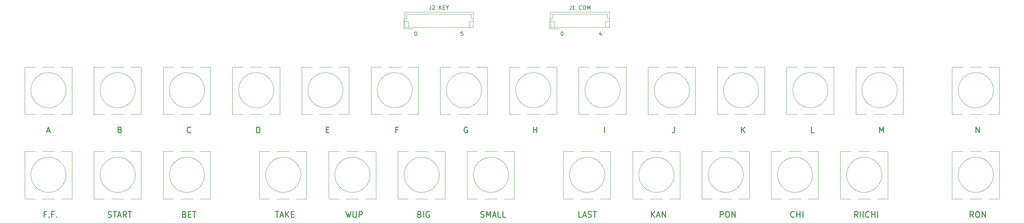
<source format=gbr>
%TF.GenerationSoftware,KiCad,Pcbnew,(6.0.8)*%
%TF.CreationDate,2022-12-29T19:12:47+02:00*%
%TF.ProjectId,mahjong_control_panel,6d61686a-6f6e-4675-9f63-6f6e74726f6c,rev?*%
%TF.SameCoordinates,Original*%
%TF.FileFunction,Legend,Top*%
%TF.FilePolarity,Positive*%
%FSLAX46Y46*%
G04 Gerber Fmt 4.6, Leading zero omitted, Abs format (unit mm)*
G04 Created by KiCad (PCBNEW (6.0.8)) date 2022-12-29 19:12:47*
%MOMM*%
%LPD*%
G01*
G04 APERTURE LIST*
%ADD10C,0.150000*%
%ADD11C,0.250000*%
%ADD12C,0.120000*%
G04 APERTURE END LIST*
D10*
X137238095Y-33452380D02*
X136761904Y-33452380D01*
X136714285Y-33928571D01*
X136761904Y-33880952D01*
X136857142Y-33833333D01*
X137095238Y-33833333D01*
X137190476Y-33880952D01*
X137238095Y-33928571D01*
X137285714Y-34023809D01*
X137285714Y-34261904D01*
X137238095Y-34357142D01*
X137190476Y-34404761D01*
X137095238Y-34452380D01*
X136857142Y-34452380D01*
X136761904Y-34404761D01*
X136714285Y-34357142D01*
X173190476Y-33785714D02*
X173190476Y-34452380D01*
X172952380Y-33404761D02*
X172714285Y-34119047D01*
X173333333Y-34119047D01*
X162952380Y-33452380D02*
X163047619Y-33452380D01*
X163142857Y-33500000D01*
X163190476Y-33547619D01*
X163238095Y-33642857D01*
X163285714Y-33833333D01*
X163285714Y-34071428D01*
X163238095Y-34261904D01*
X163190476Y-34357142D01*
X163142857Y-34404761D01*
X163047619Y-34452380D01*
X162952380Y-34452380D01*
X162857142Y-34404761D01*
X162809523Y-34357142D01*
X162761904Y-34261904D01*
X162714285Y-34071428D01*
X162714285Y-33833333D01*
X162761904Y-33642857D01*
X162809523Y-33547619D01*
X162857142Y-33500000D01*
X162952380Y-33452380D01*
X124952380Y-33452380D02*
X125047619Y-33452380D01*
X125142857Y-33500000D01*
X125190476Y-33547619D01*
X125238095Y-33642857D01*
X125285714Y-33833333D01*
X125285714Y-34071428D01*
X125238095Y-34261904D01*
X125190476Y-34357142D01*
X125142857Y-34404761D01*
X125047619Y-34452380D01*
X124952380Y-34452380D01*
X124857142Y-34404761D01*
X124809523Y-34357142D01*
X124761904Y-34261904D01*
X124714285Y-34071428D01*
X124714285Y-33833333D01*
X124761904Y-33642857D01*
X124809523Y-33547619D01*
X124857142Y-33500000D01*
X124952380Y-33452380D01*
D11*
%TO.C,H*%
X155571428Y-59678571D02*
X155571428Y-58178571D01*
X155571428Y-58892857D02*
X156428571Y-58892857D01*
X156428571Y-59678571D02*
X156428571Y-58178571D01*
%TO.C,C*%
X66464285Y-59535714D02*
X66392857Y-59607142D01*
X66178571Y-59678571D01*
X66035714Y-59678571D01*
X65821428Y-59607142D01*
X65678571Y-59464285D01*
X65607142Y-59321428D01*
X65535714Y-59035714D01*
X65535714Y-58821428D01*
X65607142Y-58535714D01*
X65678571Y-58392857D01*
X65821428Y-58250000D01*
X66035714Y-58178571D01*
X66178571Y-58178571D01*
X66392857Y-58250000D01*
X66464285Y-58321428D01*
%TO.C,I*%
X174000000Y-59678571D02*
X174000000Y-58178571D01*
%TO.C,RIICHI*%
X239857142Y-81678571D02*
X239357142Y-80964285D01*
X239000000Y-81678571D02*
X239000000Y-80178571D01*
X239571428Y-80178571D01*
X239714285Y-80250000D01*
X239785714Y-80321428D01*
X239857142Y-80464285D01*
X239857142Y-80678571D01*
X239785714Y-80821428D01*
X239714285Y-80892857D01*
X239571428Y-80964285D01*
X239000000Y-80964285D01*
X240500000Y-81678571D02*
X240500000Y-80178571D01*
X241214285Y-81678571D02*
X241214285Y-80178571D01*
X242785714Y-81535714D02*
X242714285Y-81607142D01*
X242500000Y-81678571D01*
X242357142Y-81678571D01*
X242142857Y-81607142D01*
X242000000Y-81464285D01*
X241928571Y-81321428D01*
X241857142Y-81035714D01*
X241857142Y-80821428D01*
X241928571Y-80535714D01*
X242000000Y-80392857D01*
X242142857Y-80250000D01*
X242357142Y-80178571D01*
X242500000Y-80178571D01*
X242714285Y-80250000D01*
X242785714Y-80321428D01*
X243428571Y-81678571D02*
X243428571Y-80178571D01*
X243428571Y-80892857D02*
X244285714Y-80892857D01*
X244285714Y-81678571D02*
X244285714Y-80178571D01*
X245000000Y-81678571D02*
X245000000Y-80178571D01*
%TO.C,RON*%
X269892857Y-81678571D02*
X269392857Y-80964285D01*
X269035714Y-81678571D02*
X269035714Y-80178571D01*
X269607142Y-80178571D01*
X269750000Y-80250000D01*
X269821428Y-80321428D01*
X269892857Y-80464285D01*
X269892857Y-80678571D01*
X269821428Y-80821428D01*
X269750000Y-80892857D01*
X269607142Y-80964285D01*
X269035714Y-80964285D01*
X270821428Y-80178571D02*
X271107142Y-80178571D01*
X271250000Y-80250000D01*
X271392857Y-80392857D01*
X271464285Y-80678571D01*
X271464285Y-81178571D01*
X271392857Y-81464285D01*
X271250000Y-81607142D01*
X271107142Y-81678571D01*
X270821428Y-81678571D01*
X270678571Y-81607142D01*
X270535714Y-81464285D01*
X270464285Y-81178571D01*
X270464285Y-80678571D01*
X270535714Y-80392857D01*
X270678571Y-80250000D01*
X270821428Y-80178571D01*
X272107142Y-81678571D02*
X272107142Y-80178571D01*
X272964285Y-81678571D01*
X272964285Y-80178571D01*
%TO.C,KAN*%
X186178571Y-81678571D02*
X186178571Y-80178571D01*
X187035714Y-81678571D02*
X186392857Y-80821428D01*
X187035714Y-80178571D02*
X186178571Y-81035714D01*
X187607142Y-81250000D02*
X188321428Y-81250000D01*
X187464285Y-81678571D02*
X187964285Y-80178571D01*
X188464285Y-81678571D01*
X188964285Y-81678571D02*
X188964285Y-80178571D01*
X189821428Y-81678571D01*
X189821428Y-80178571D01*
%TO.C,LAST*%
X168035714Y-81678571D02*
X167321428Y-81678571D01*
X167321428Y-80178571D01*
X168464285Y-81250000D02*
X169178571Y-81250000D01*
X168321428Y-81678571D02*
X168821428Y-80178571D01*
X169321428Y-81678571D01*
X169750000Y-81607142D02*
X169964285Y-81678571D01*
X170321428Y-81678571D01*
X170464285Y-81607142D01*
X170535714Y-81535714D01*
X170607142Y-81392857D01*
X170607142Y-81250000D01*
X170535714Y-81107142D01*
X170464285Y-81035714D01*
X170321428Y-80964285D01*
X170035714Y-80892857D01*
X169892857Y-80821428D01*
X169821428Y-80750000D01*
X169750000Y-80607142D01*
X169750000Y-80464285D01*
X169821428Y-80321428D01*
X169892857Y-80250000D01*
X170035714Y-80178571D01*
X170392857Y-80178571D01*
X170607142Y-80250000D01*
X171035714Y-80178571D02*
X171892857Y-80178571D01*
X171464285Y-81678571D02*
X171464285Y-80178571D01*
%TO.C,D*%
X83607142Y-59678571D02*
X83607142Y-58178571D01*
X83964285Y-58178571D01*
X84178571Y-58250000D01*
X84321428Y-58392857D01*
X84392857Y-58535714D01*
X84464285Y-58821428D01*
X84464285Y-59035714D01*
X84392857Y-59321428D01*
X84321428Y-59464285D01*
X84178571Y-59607142D01*
X83964285Y-59678571D01*
X83607142Y-59678571D01*
%TO.C,K*%
X209607142Y-59678571D02*
X209607142Y-58178571D01*
X210464285Y-59678571D02*
X209821428Y-58821428D01*
X210464285Y-58178571D02*
X209607142Y-59035714D01*
%TO.C,PON*%
X204035714Y-81678571D02*
X204035714Y-80178571D01*
X204607142Y-80178571D01*
X204750000Y-80250000D01*
X204821428Y-80321428D01*
X204892857Y-80464285D01*
X204892857Y-80678571D01*
X204821428Y-80821428D01*
X204750000Y-80892857D01*
X204607142Y-80964285D01*
X204035714Y-80964285D01*
X205821428Y-80178571D02*
X206107142Y-80178571D01*
X206250000Y-80250000D01*
X206392857Y-80392857D01*
X206464285Y-80678571D01*
X206464285Y-81178571D01*
X206392857Y-81464285D01*
X206250000Y-81607142D01*
X206107142Y-81678571D01*
X205821428Y-81678571D01*
X205678571Y-81607142D01*
X205535714Y-81464285D01*
X205464285Y-81178571D01*
X205464285Y-80678571D01*
X205535714Y-80392857D01*
X205678571Y-80250000D01*
X205821428Y-80178571D01*
X207107142Y-81678571D02*
X207107142Y-80178571D01*
X207964285Y-81678571D01*
X207964285Y-80178571D01*
%TO.C,BIG*%
X126000000Y-80892857D02*
X126214285Y-80964285D01*
X126285714Y-81035714D01*
X126357142Y-81178571D01*
X126357142Y-81392857D01*
X126285714Y-81535714D01*
X126214285Y-81607142D01*
X126071428Y-81678571D01*
X125500000Y-81678571D01*
X125500000Y-80178571D01*
X126000000Y-80178571D01*
X126142857Y-80250000D01*
X126214285Y-80321428D01*
X126285714Y-80464285D01*
X126285714Y-80607142D01*
X126214285Y-80750000D01*
X126142857Y-80821428D01*
X126000000Y-80892857D01*
X125500000Y-80892857D01*
X127000000Y-81678571D02*
X127000000Y-80178571D01*
X128500000Y-80250000D02*
X128357142Y-80178571D01*
X128142857Y-80178571D01*
X127928571Y-80250000D01*
X127785714Y-80392857D01*
X127714285Y-80535714D01*
X127642857Y-80821428D01*
X127642857Y-81035714D01*
X127714285Y-81321428D01*
X127785714Y-81464285D01*
X127928571Y-81607142D01*
X128142857Y-81678571D01*
X128285714Y-81678571D01*
X128500000Y-81607142D01*
X128571428Y-81535714D01*
X128571428Y-81035714D01*
X128285714Y-81035714D01*
%TO.C,N*%
X270571428Y-59678571D02*
X270571428Y-58178571D01*
X271428571Y-59678571D01*
X271428571Y-58178571D01*
%TO.C,F*%
X120214285Y-58892857D02*
X119714285Y-58892857D01*
X119714285Y-59678571D02*
X119714285Y-58178571D01*
X120428571Y-58178571D01*
%TO.C,TAKE*%
X88500000Y-80178571D02*
X89357142Y-80178571D01*
X88928571Y-81678571D02*
X88928571Y-80178571D01*
X89785714Y-81250000D02*
X90500000Y-81250000D01*
X89642857Y-81678571D02*
X90142857Y-80178571D01*
X90642857Y-81678571D01*
X91142857Y-81678571D02*
X91142857Y-80178571D01*
X92000000Y-81678571D02*
X91357142Y-80821428D01*
X92000000Y-80178571D02*
X91142857Y-81035714D01*
X92642857Y-80892857D02*
X93142857Y-80892857D01*
X93357142Y-81678571D02*
X92642857Y-81678571D01*
X92642857Y-80178571D01*
X93357142Y-80178571D01*
%TO.C,G*%
X138392857Y-58250000D02*
X138250000Y-58178571D01*
X138035714Y-58178571D01*
X137821428Y-58250000D01*
X137678571Y-58392857D01*
X137607142Y-58535714D01*
X137535714Y-58821428D01*
X137535714Y-59035714D01*
X137607142Y-59321428D01*
X137678571Y-59464285D01*
X137821428Y-59607142D01*
X138035714Y-59678571D01*
X138178571Y-59678571D01*
X138392857Y-59607142D01*
X138464285Y-59535714D01*
X138464285Y-59035714D01*
X138178571Y-59035714D01*
%TO.C,BET*%
X64857142Y-80892857D02*
X65071428Y-80964285D01*
X65142857Y-81035714D01*
X65214285Y-81178571D01*
X65214285Y-81392857D01*
X65142857Y-81535714D01*
X65071428Y-81607142D01*
X64928571Y-81678571D01*
X64357142Y-81678571D01*
X64357142Y-80178571D01*
X64857142Y-80178571D01*
X65000000Y-80250000D01*
X65071428Y-80321428D01*
X65142857Y-80464285D01*
X65142857Y-80607142D01*
X65071428Y-80750000D01*
X65000000Y-80821428D01*
X64857142Y-80892857D01*
X64357142Y-80892857D01*
X65857142Y-80892857D02*
X66357142Y-80892857D01*
X66571428Y-81678571D02*
X65857142Y-81678571D01*
X65857142Y-80178571D01*
X66571428Y-80178571D01*
X67000000Y-80178571D02*
X67857142Y-80178571D01*
X67428571Y-81678571D02*
X67428571Y-80178571D01*
D10*
%TO.C,J2 KEY*%
X128904761Y-26652380D02*
X128904761Y-27366666D01*
X128857142Y-27509523D01*
X128761904Y-27604761D01*
X128619047Y-27652380D01*
X128523809Y-27652380D01*
X129333333Y-26747619D02*
X129380952Y-26700000D01*
X129476190Y-26652380D01*
X129714285Y-26652380D01*
X129809523Y-26700000D01*
X129857142Y-26747619D01*
X129904761Y-26842857D01*
X129904761Y-26938095D01*
X129857142Y-27080952D01*
X129285714Y-27652380D01*
X129904761Y-27652380D01*
X131095238Y-27652380D02*
X131095238Y-26652380D01*
X131666666Y-27652380D02*
X131238095Y-27080952D01*
X131666666Y-26652380D02*
X131095238Y-27223809D01*
X132095238Y-27128571D02*
X132428571Y-27128571D01*
X132571428Y-27652380D02*
X132095238Y-27652380D01*
X132095238Y-26652380D01*
X132571428Y-26652380D01*
X133190476Y-27176190D02*
X133190476Y-27652380D01*
X132857142Y-26652380D02*
X133190476Y-27176190D01*
X133523809Y-26652380D01*
D11*
%TO.C,F.F.*%
X28857142Y-80892857D02*
X28357142Y-80892857D01*
X28357142Y-81678571D02*
X28357142Y-80178571D01*
X29071428Y-80178571D01*
X29642857Y-81535714D02*
X29714285Y-81607142D01*
X29642857Y-81678571D01*
X29571428Y-81607142D01*
X29642857Y-81535714D01*
X29642857Y-81678571D01*
X30857142Y-80892857D02*
X30357142Y-80892857D01*
X30357142Y-81678571D02*
X30357142Y-80178571D01*
X31071428Y-80178571D01*
X31642857Y-81535714D02*
X31714285Y-81607142D01*
X31642857Y-81678571D01*
X31571428Y-81607142D01*
X31642857Y-81535714D01*
X31642857Y-81678571D01*
%TO.C,WUP*%
X106821428Y-80178571D02*
X107178571Y-81678571D01*
X107464285Y-80607142D01*
X107750000Y-81678571D01*
X108107142Y-80178571D01*
X108678571Y-80178571D02*
X108678571Y-81392857D01*
X108750000Y-81535714D01*
X108821428Y-81607142D01*
X108964285Y-81678571D01*
X109250000Y-81678571D01*
X109392857Y-81607142D01*
X109464285Y-81535714D01*
X109535714Y-81392857D01*
X109535714Y-80178571D01*
X110250000Y-81678571D02*
X110250000Y-80178571D01*
X110821428Y-80178571D01*
X110964285Y-80250000D01*
X111035714Y-80321428D01*
X111107142Y-80464285D01*
X111107142Y-80678571D01*
X111035714Y-80821428D01*
X110964285Y-80892857D01*
X110821428Y-80964285D01*
X110250000Y-80964285D01*
%TO.C,START*%
X45035714Y-81607142D02*
X45250000Y-81678571D01*
X45607142Y-81678571D01*
X45750000Y-81607142D01*
X45821428Y-81535714D01*
X45892857Y-81392857D01*
X45892857Y-81250000D01*
X45821428Y-81107142D01*
X45750000Y-81035714D01*
X45607142Y-80964285D01*
X45321428Y-80892857D01*
X45178571Y-80821428D01*
X45107142Y-80750000D01*
X45035714Y-80607142D01*
X45035714Y-80464285D01*
X45107142Y-80321428D01*
X45178571Y-80250000D01*
X45321428Y-80178571D01*
X45678571Y-80178571D01*
X45892857Y-80250000D01*
X46321428Y-80178571D02*
X47178571Y-80178571D01*
X46750000Y-81678571D02*
X46750000Y-80178571D01*
X47607142Y-81250000D02*
X48321428Y-81250000D01*
X47464285Y-81678571D02*
X47964285Y-80178571D01*
X48464285Y-81678571D01*
X49821428Y-81678571D02*
X49321428Y-80964285D01*
X48964285Y-81678571D02*
X48964285Y-80178571D01*
X49535714Y-80178571D01*
X49678571Y-80250000D01*
X49750000Y-80321428D01*
X49821428Y-80464285D01*
X49821428Y-80678571D01*
X49750000Y-80821428D01*
X49678571Y-80892857D01*
X49535714Y-80964285D01*
X48964285Y-80964285D01*
X50250000Y-80178571D02*
X51107142Y-80178571D01*
X50678571Y-81678571D02*
X50678571Y-80178571D01*
%TO.C,M*%
X245500000Y-59678571D02*
X245500000Y-58178571D01*
X246000000Y-59250000D01*
X246500000Y-58178571D01*
X246500000Y-59678571D01*
%TO.C,L*%
X228464285Y-59678571D02*
X227750000Y-59678571D01*
X227750000Y-58178571D01*
%TO.C,CHI*%
X223321428Y-81535714D02*
X223250000Y-81607142D01*
X223035714Y-81678571D01*
X222892857Y-81678571D01*
X222678571Y-81607142D01*
X222535714Y-81464285D01*
X222464285Y-81321428D01*
X222392857Y-81035714D01*
X222392857Y-80821428D01*
X222464285Y-80535714D01*
X222535714Y-80392857D01*
X222678571Y-80250000D01*
X222892857Y-80178571D01*
X223035714Y-80178571D01*
X223250000Y-80250000D01*
X223321428Y-80321428D01*
X223964285Y-81678571D02*
X223964285Y-80178571D01*
X223964285Y-80892857D02*
X224821428Y-80892857D01*
X224821428Y-81678571D02*
X224821428Y-80178571D01*
X225535714Y-81678571D02*
X225535714Y-80178571D01*
%TO.C,B*%
X48107142Y-58892857D02*
X48321428Y-58964285D01*
X48392857Y-59035714D01*
X48464285Y-59178571D01*
X48464285Y-59392857D01*
X48392857Y-59535714D01*
X48321428Y-59607142D01*
X48178571Y-59678571D01*
X47607142Y-59678571D01*
X47607142Y-58178571D01*
X48107142Y-58178571D01*
X48250000Y-58250000D01*
X48321428Y-58321428D01*
X48392857Y-58464285D01*
X48392857Y-58607142D01*
X48321428Y-58750000D01*
X48250000Y-58821428D01*
X48107142Y-58892857D01*
X47607142Y-58892857D01*
%TO.C,A*%
X29142857Y-59250000D02*
X29857142Y-59250000D01*
X29000000Y-59678571D02*
X29500000Y-58178571D01*
X30000000Y-59678571D01*
D10*
%TO.C,J1 COM*%
X165340476Y-26652380D02*
X165340476Y-27366666D01*
X165292857Y-27509523D01*
X165197619Y-27604761D01*
X165054761Y-27652380D01*
X164959523Y-27652380D01*
X166340476Y-27652380D02*
X165769047Y-27652380D01*
X166054761Y-27652380D02*
X166054761Y-26652380D01*
X165959523Y-26795238D01*
X165864285Y-26890476D01*
X165769047Y-26938095D01*
X168102380Y-27557142D02*
X168054761Y-27604761D01*
X167911904Y-27652380D01*
X167816666Y-27652380D01*
X167673809Y-27604761D01*
X167578571Y-27509523D01*
X167530952Y-27414285D01*
X167483333Y-27223809D01*
X167483333Y-27080952D01*
X167530952Y-26890476D01*
X167578571Y-26795238D01*
X167673809Y-26700000D01*
X167816666Y-26652380D01*
X167911904Y-26652380D01*
X168054761Y-26700000D01*
X168102380Y-26747619D01*
X168721428Y-26652380D02*
X168911904Y-26652380D01*
X169007142Y-26700000D01*
X169102380Y-26795238D01*
X169150000Y-26985714D01*
X169150000Y-27319047D01*
X169102380Y-27509523D01*
X169007142Y-27604761D01*
X168911904Y-27652380D01*
X168721428Y-27652380D01*
X168626190Y-27604761D01*
X168530952Y-27509523D01*
X168483333Y-27319047D01*
X168483333Y-26985714D01*
X168530952Y-26795238D01*
X168626190Y-26700000D01*
X168721428Y-26652380D01*
X169578571Y-27652380D02*
X169578571Y-26652380D01*
X169911904Y-27366666D01*
X170245238Y-26652380D01*
X170245238Y-27652380D01*
D11*
%TO.C,E*%
X101678571Y-58892857D02*
X102178571Y-58892857D01*
X102392857Y-59678571D02*
X101678571Y-59678571D01*
X101678571Y-58178571D01*
X102392857Y-58178571D01*
%TO.C,SMALL*%
X141857142Y-81607142D02*
X142071428Y-81678571D01*
X142428571Y-81678571D01*
X142571428Y-81607142D01*
X142642857Y-81535714D01*
X142714285Y-81392857D01*
X142714285Y-81250000D01*
X142642857Y-81107142D01*
X142571428Y-81035714D01*
X142428571Y-80964285D01*
X142142857Y-80892857D01*
X142000000Y-80821428D01*
X141928571Y-80750000D01*
X141857142Y-80607142D01*
X141857142Y-80464285D01*
X141928571Y-80321428D01*
X142000000Y-80250000D01*
X142142857Y-80178571D01*
X142500000Y-80178571D01*
X142714285Y-80250000D01*
X143357142Y-81678571D02*
X143357142Y-80178571D01*
X143857142Y-81250000D01*
X144357142Y-80178571D01*
X144357142Y-81678571D01*
X145000000Y-81250000D02*
X145714285Y-81250000D01*
X144857142Y-81678571D02*
X145357142Y-80178571D01*
X145857142Y-81678571D01*
X147071428Y-81678571D02*
X146357142Y-81678571D01*
X146357142Y-80178571D01*
X148285714Y-81678571D02*
X147571428Y-81678571D01*
X147571428Y-80178571D01*
%TO.C,J*%
X192214285Y-58178571D02*
X192214285Y-59250000D01*
X192142857Y-59464285D01*
X192000000Y-59607142D01*
X191785714Y-59678571D01*
X191642857Y-59678571D01*
D12*
%TO.C,H*%
X161650000Y-54900000D02*
X158930000Y-54900000D01*
X149350000Y-42600000D02*
X152070000Y-42600000D01*
X153930000Y-42600000D02*
X157070000Y-42600000D01*
X149350000Y-54900000D02*
X149350000Y-42600000D01*
X158930000Y-42600000D02*
X161650000Y-42600000D01*
X157070000Y-54900000D02*
X153930000Y-54900000D01*
X161650000Y-42600000D02*
X161650000Y-54900000D01*
X152070000Y-54900000D02*
X149350000Y-54900000D01*
X160119050Y-48650000D02*
G75*
G03*
X160119050Y-48650000I-4579050J0D01*
G01*
%TO.C,C*%
X71650000Y-54900000D02*
X68930000Y-54900000D01*
X67070000Y-54900000D02*
X63930000Y-54900000D01*
X68930000Y-42600000D02*
X71650000Y-42600000D01*
X71650000Y-42600000D02*
X71650000Y-54900000D01*
X59350000Y-42600000D02*
X62070000Y-42600000D01*
X59350000Y-54900000D02*
X59350000Y-42600000D01*
X63930000Y-42600000D02*
X67070000Y-42600000D01*
X62070000Y-54900000D02*
X59350000Y-54900000D01*
X70119050Y-48650000D02*
G75*
G03*
X70119050Y-48650000I-4579050J0D01*
G01*
%TO.C,I*%
X179650000Y-42600000D02*
X179650000Y-54900000D01*
X171930000Y-42600000D02*
X175070000Y-42600000D01*
X167350000Y-42600000D02*
X170070000Y-42600000D01*
X175070000Y-54900000D02*
X171930000Y-54900000D01*
X179650000Y-54900000D02*
X176930000Y-54900000D01*
X167350000Y-54900000D02*
X167350000Y-42600000D01*
X176930000Y-42600000D02*
X179650000Y-42600000D01*
X170070000Y-54900000D02*
X167350000Y-54900000D01*
X178119050Y-48650000D02*
G75*
G03*
X178119050Y-48650000I-4579050J0D01*
G01*
%TO.C,RIICHI*%
X235350000Y-76900000D02*
X235350000Y-64600000D01*
X235350000Y-64600000D02*
X238070000Y-64600000D01*
X247650000Y-76900000D02*
X244930000Y-76900000D01*
X238070000Y-76900000D02*
X235350000Y-76900000D01*
X243070000Y-76900000D02*
X239930000Y-76900000D01*
X239930000Y-64600000D02*
X243070000Y-64600000D01*
X244930000Y-64600000D02*
X247650000Y-64600000D01*
X247650000Y-64600000D02*
X247650000Y-76900000D01*
X246119050Y-70650000D02*
G75*
G03*
X246119050Y-70650000I-4579050J0D01*
G01*
%TO.C,RON*%
X268930000Y-64600000D02*
X272070000Y-64600000D01*
X276650000Y-64600000D02*
X276650000Y-76900000D01*
X273930000Y-64600000D02*
X276650000Y-64600000D01*
X264350000Y-64600000D02*
X267070000Y-64600000D01*
X267070000Y-76900000D02*
X264350000Y-76900000D01*
X264350000Y-76900000D02*
X264350000Y-64600000D01*
X276650000Y-76900000D02*
X273930000Y-76900000D01*
X272070000Y-76900000D02*
X268930000Y-76900000D01*
X275119050Y-70650000D02*
G75*
G03*
X275119050Y-70650000I-4579050J0D01*
G01*
%TO.C,KAN*%
X190930000Y-64600000D02*
X193650000Y-64600000D01*
X189070000Y-76900000D02*
X185930000Y-76900000D01*
X184070000Y-76900000D02*
X181350000Y-76900000D01*
X185930000Y-64600000D02*
X189070000Y-64600000D01*
X181350000Y-64600000D02*
X184070000Y-64600000D01*
X193650000Y-76900000D02*
X190930000Y-76900000D01*
X193650000Y-64600000D02*
X193650000Y-76900000D01*
X181350000Y-76900000D02*
X181350000Y-64600000D01*
X192119050Y-70650000D02*
G75*
G03*
X192119050Y-70650000I-4579050J0D01*
G01*
%TO.C,LAST*%
X163350000Y-76900000D02*
X163350000Y-64600000D01*
X175650000Y-64600000D02*
X175650000Y-76900000D01*
X163350000Y-64600000D02*
X166070000Y-64600000D01*
X172930000Y-64600000D02*
X175650000Y-64600000D01*
X167930000Y-64600000D02*
X171070000Y-64600000D01*
X166070000Y-76900000D02*
X163350000Y-76900000D01*
X175650000Y-76900000D02*
X172930000Y-76900000D01*
X171070000Y-76900000D02*
X167930000Y-76900000D01*
X174119050Y-70650000D02*
G75*
G03*
X174119050Y-70650000I-4579050J0D01*
G01*
%TO.C,D*%
X89650000Y-54900000D02*
X86930000Y-54900000D01*
X77350000Y-54900000D02*
X77350000Y-42600000D01*
X86930000Y-42600000D02*
X89650000Y-42600000D01*
X85070000Y-54900000D02*
X81930000Y-54900000D01*
X80070000Y-54900000D02*
X77350000Y-54900000D01*
X89650000Y-42600000D02*
X89650000Y-54900000D01*
X81930000Y-42600000D02*
X85070000Y-42600000D01*
X77350000Y-42600000D02*
X80070000Y-42600000D01*
X88119050Y-48650000D02*
G75*
G03*
X88119050Y-48650000I-4579050J0D01*
G01*
%TO.C,K*%
X215650000Y-42600000D02*
X215650000Y-54900000D01*
X207930000Y-42600000D02*
X211070000Y-42600000D01*
X203350000Y-54900000D02*
X203350000Y-42600000D01*
X211070000Y-54900000D02*
X207930000Y-54900000D01*
X203350000Y-42600000D02*
X206070000Y-42600000D01*
X206070000Y-54900000D02*
X203350000Y-54900000D01*
X215650000Y-54900000D02*
X212930000Y-54900000D01*
X212930000Y-42600000D02*
X215650000Y-42600000D01*
X214119050Y-48650000D02*
G75*
G03*
X214119050Y-48650000I-4579050J0D01*
G01*
%TO.C,PON*%
X211650000Y-64600000D02*
X211650000Y-76900000D01*
X207070000Y-76900000D02*
X203930000Y-76900000D01*
X203930000Y-64600000D02*
X207070000Y-64600000D01*
X208930000Y-64600000D02*
X211650000Y-64600000D01*
X202070000Y-76900000D02*
X199350000Y-76900000D01*
X199350000Y-76900000D02*
X199350000Y-64600000D01*
X199350000Y-64600000D02*
X202070000Y-64600000D01*
X211650000Y-76900000D02*
X208930000Y-76900000D01*
X210119050Y-70650000D02*
G75*
G03*
X210119050Y-70650000I-4579050J0D01*
G01*
%TO.C,BIG*%
X132650000Y-76900000D02*
X129930000Y-76900000D01*
X120350000Y-76900000D02*
X120350000Y-64600000D01*
X129930000Y-64600000D02*
X132650000Y-64600000D01*
X120350000Y-64600000D02*
X123070000Y-64600000D01*
X124930000Y-64600000D02*
X128070000Y-64600000D01*
X123070000Y-76900000D02*
X120350000Y-76900000D01*
X132650000Y-64600000D02*
X132650000Y-76900000D01*
X128070000Y-76900000D02*
X124930000Y-76900000D01*
X131119050Y-70650000D02*
G75*
G03*
X131119050Y-70650000I-4579050J0D01*
G01*
%TO.C,N*%
X264350000Y-54900000D02*
X264350000Y-42600000D01*
X276650000Y-54900000D02*
X273930000Y-54900000D01*
X264350000Y-42600000D02*
X267070000Y-42600000D01*
X267070000Y-54900000D02*
X264350000Y-54900000D01*
X268930000Y-42600000D02*
X272070000Y-42600000D01*
X276650000Y-42600000D02*
X276650000Y-54900000D01*
X273930000Y-42600000D02*
X276650000Y-42600000D01*
X272070000Y-54900000D02*
X268930000Y-54900000D01*
X275119050Y-48650000D02*
G75*
G03*
X275119050Y-48650000I-4579050J0D01*
G01*
%TO.C,F*%
X113350000Y-42600000D02*
X116070000Y-42600000D01*
X125650000Y-54900000D02*
X122930000Y-54900000D01*
X117930000Y-42600000D02*
X121070000Y-42600000D01*
X121070000Y-54900000D02*
X117930000Y-54900000D01*
X116070000Y-54900000D02*
X113350000Y-54900000D01*
X125650000Y-42600000D02*
X125650000Y-54900000D01*
X122930000Y-42600000D02*
X125650000Y-42600000D01*
X113350000Y-54900000D02*
X113350000Y-42600000D01*
X124119050Y-48650000D02*
G75*
G03*
X124119050Y-48650000I-4579050J0D01*
G01*
%TO.C,TAKE*%
X96650000Y-64600000D02*
X96650000Y-76900000D01*
X87070000Y-76900000D02*
X84350000Y-76900000D01*
X84350000Y-76900000D02*
X84350000Y-64600000D01*
X92070000Y-76900000D02*
X88930000Y-76900000D01*
X88930000Y-64600000D02*
X92070000Y-64600000D01*
X84350000Y-64600000D02*
X87070000Y-64600000D01*
X96650000Y-76900000D02*
X93930000Y-76900000D01*
X93930000Y-64600000D02*
X96650000Y-64600000D01*
X95119050Y-70650000D02*
G75*
G03*
X95119050Y-70650000I-4579050J0D01*
G01*
%TO.C,G*%
X140930000Y-42600000D02*
X143650000Y-42600000D01*
X131350000Y-54900000D02*
X131350000Y-42600000D01*
X139070000Y-54900000D02*
X135930000Y-54900000D01*
X143650000Y-42600000D02*
X143650000Y-54900000D01*
X143650000Y-54900000D02*
X140930000Y-54900000D01*
X134070000Y-54900000D02*
X131350000Y-54900000D01*
X131350000Y-42600000D02*
X134070000Y-42600000D01*
X135930000Y-42600000D02*
X139070000Y-42600000D01*
X142119050Y-48650000D02*
G75*
G03*
X142119050Y-48650000I-4579050J0D01*
G01*
%TO.C,BET*%
X67070000Y-76900000D02*
X63930000Y-76900000D01*
X59350000Y-76900000D02*
X59350000Y-64600000D01*
X63930000Y-64600000D02*
X67070000Y-64600000D01*
X68930000Y-64600000D02*
X71650000Y-64600000D01*
X59350000Y-64600000D02*
X62070000Y-64600000D01*
X71650000Y-76900000D02*
X68930000Y-76900000D01*
X71650000Y-64600000D02*
X71650000Y-76900000D01*
X62070000Y-76900000D02*
X59350000Y-76900000D01*
X70119050Y-70650000D02*
G75*
G03*
X70119050Y-70650000I-4579050J0D01*
G01*
%TO.C,J2 KEY*%
X122140000Y-28290000D02*
X122140000Y-32310000D01*
X122140000Y-30810000D02*
X123140000Y-30810000D01*
X122140000Y-32310000D02*
X139860000Y-32310000D01*
X139860000Y-32310000D02*
X139860000Y-28290000D01*
X139360000Y-30000000D02*
X139860000Y-30000000D01*
X139860000Y-28290000D02*
X122140000Y-28290000D01*
X122640000Y-28790000D02*
X139360000Y-28790000D01*
X138860000Y-30810000D02*
X138860000Y-32310000D01*
X121840000Y-30110000D02*
X121840000Y-32610000D01*
X122640000Y-30000000D02*
X122640000Y-28790000D01*
X139860000Y-30810000D02*
X138860000Y-30810000D01*
X122140000Y-30000000D02*
X122640000Y-30000000D01*
X139360000Y-28790000D02*
X139360000Y-30000000D01*
X121840000Y-32610000D02*
X124340000Y-32610000D01*
X123140000Y-30810000D02*
X123140000Y-32310000D01*
%TO.C,F.F.*%
X32930000Y-64600000D02*
X35650000Y-64600000D01*
X35650000Y-76900000D02*
X32930000Y-76900000D01*
X23350000Y-64600000D02*
X26070000Y-64600000D01*
X27930000Y-64600000D02*
X31070000Y-64600000D01*
X31070000Y-76900000D02*
X27930000Y-76900000D01*
X23350000Y-76900000D02*
X23350000Y-64600000D01*
X35650000Y-64600000D02*
X35650000Y-76900000D01*
X26070000Y-76900000D02*
X23350000Y-76900000D01*
X34119050Y-70650000D02*
G75*
G03*
X34119050Y-70650000I-4579050J0D01*
G01*
%TO.C,WUP*%
X110070000Y-76900000D02*
X106930000Y-76900000D01*
X114650000Y-76900000D02*
X111930000Y-76900000D01*
X105070000Y-76900000D02*
X102350000Y-76900000D01*
X102350000Y-76900000D02*
X102350000Y-64600000D01*
X114650000Y-64600000D02*
X114650000Y-76900000D01*
X106930000Y-64600000D02*
X110070000Y-64600000D01*
X102350000Y-64600000D02*
X105070000Y-64600000D01*
X111930000Y-64600000D02*
X114650000Y-64600000D01*
X113119050Y-70650000D02*
G75*
G03*
X113119050Y-70650000I-4579050J0D01*
G01*
%TO.C,START*%
X50930000Y-64600000D02*
X53650000Y-64600000D01*
X41350000Y-64600000D02*
X44070000Y-64600000D01*
X53650000Y-64600000D02*
X53650000Y-76900000D01*
X45930000Y-64600000D02*
X49070000Y-64600000D01*
X53650000Y-76900000D02*
X50930000Y-76900000D01*
X49070000Y-76900000D02*
X45930000Y-76900000D01*
X44070000Y-76900000D02*
X41350000Y-76900000D01*
X41350000Y-76900000D02*
X41350000Y-64600000D01*
X52119050Y-70650000D02*
G75*
G03*
X52119050Y-70650000I-4579050J0D01*
G01*
%TO.C,M*%
X239350000Y-42600000D02*
X242070000Y-42600000D01*
X243930000Y-42600000D02*
X247070000Y-42600000D01*
X247070000Y-54900000D02*
X243930000Y-54900000D01*
X242070000Y-54900000D02*
X239350000Y-54900000D01*
X248930000Y-42600000D02*
X251650000Y-42600000D01*
X251650000Y-54900000D02*
X248930000Y-54900000D01*
X251650000Y-42600000D02*
X251650000Y-54900000D01*
X239350000Y-54900000D02*
X239350000Y-42600000D01*
X250119050Y-48650000D02*
G75*
G03*
X250119050Y-48650000I-4579050J0D01*
G01*
%TO.C,L*%
X233650000Y-54900000D02*
X230930000Y-54900000D01*
X221350000Y-54900000D02*
X221350000Y-42600000D01*
X224070000Y-54900000D02*
X221350000Y-54900000D01*
X230930000Y-42600000D02*
X233650000Y-42600000D01*
X229070000Y-54900000D02*
X225930000Y-54900000D01*
X221350000Y-42600000D02*
X224070000Y-42600000D01*
X225930000Y-42600000D02*
X229070000Y-42600000D01*
X233650000Y-42600000D02*
X233650000Y-54900000D01*
X232119050Y-48650000D02*
G75*
G03*
X232119050Y-48650000I-4579050J0D01*
G01*
%TO.C,CHI*%
X220070000Y-76900000D02*
X217350000Y-76900000D01*
X229650000Y-64600000D02*
X229650000Y-76900000D01*
X226930000Y-64600000D02*
X229650000Y-64600000D01*
X217350000Y-64600000D02*
X220070000Y-64600000D01*
X221930000Y-64600000D02*
X225070000Y-64600000D01*
X229650000Y-76900000D02*
X226930000Y-76900000D01*
X225070000Y-76900000D02*
X221930000Y-76900000D01*
X217350000Y-76900000D02*
X217350000Y-64600000D01*
X228119050Y-70650000D02*
G75*
G03*
X228119050Y-70650000I-4579050J0D01*
G01*
%TO.C,B*%
X44070000Y-54900000D02*
X41350000Y-54900000D01*
X50930000Y-42600000D02*
X53650000Y-42600000D01*
X45930000Y-42600000D02*
X49070000Y-42600000D01*
X53650000Y-42600000D02*
X53650000Y-54900000D01*
X49070000Y-54900000D02*
X45930000Y-54900000D01*
X53650000Y-54900000D02*
X50930000Y-54900000D01*
X41350000Y-42600000D02*
X44070000Y-42600000D01*
X41350000Y-54900000D02*
X41350000Y-42600000D01*
X52119050Y-48650000D02*
G75*
G03*
X52119050Y-48650000I-4579050J0D01*
G01*
%TO.C,A*%
X26070000Y-54900000D02*
X23350000Y-54900000D01*
X32930000Y-42600000D02*
X35650000Y-42600000D01*
X23350000Y-54900000D02*
X23350000Y-42600000D01*
X27930000Y-42600000D02*
X31070000Y-42600000D01*
X23350000Y-42600000D02*
X26070000Y-42600000D01*
X35650000Y-54900000D02*
X32930000Y-54900000D01*
X31070000Y-54900000D02*
X27930000Y-54900000D01*
X35650000Y-42600000D02*
X35650000Y-54900000D01*
X34119050Y-48650000D02*
G75*
G03*
X34119050Y-48650000I-4579050J0D01*
G01*
%TO.C,J1 COM*%
X174760000Y-28790000D02*
X174760000Y-30000000D01*
X159740000Y-32610000D02*
X162240000Y-32610000D01*
X174760000Y-30000000D02*
X175260000Y-30000000D01*
X175260000Y-28290000D02*
X160040000Y-28290000D01*
X174260000Y-30810000D02*
X174260000Y-32310000D01*
X175260000Y-30810000D02*
X174260000Y-30810000D01*
X160540000Y-30000000D02*
X160540000Y-28790000D01*
X175260000Y-32310000D02*
X175260000Y-28290000D01*
X160040000Y-30810000D02*
X161040000Y-30810000D01*
X160040000Y-30000000D02*
X160540000Y-30000000D01*
X159740000Y-30110000D02*
X159740000Y-32610000D01*
X160040000Y-28290000D02*
X160040000Y-32310000D01*
X160540000Y-28790000D02*
X174760000Y-28790000D01*
X160040000Y-32310000D02*
X175260000Y-32310000D01*
X161040000Y-30810000D02*
X161040000Y-32310000D01*
%TO.C,E*%
X95350000Y-54900000D02*
X95350000Y-42600000D01*
X103070000Y-54900000D02*
X99930000Y-54900000D01*
X104930000Y-42600000D02*
X107650000Y-42600000D01*
X107650000Y-42600000D02*
X107650000Y-54900000D01*
X99930000Y-42600000D02*
X103070000Y-42600000D01*
X95350000Y-42600000D02*
X98070000Y-42600000D01*
X98070000Y-54900000D02*
X95350000Y-54900000D01*
X107650000Y-54900000D02*
X104930000Y-54900000D01*
X106119050Y-48650000D02*
G75*
G03*
X106119050Y-48650000I-4579050J0D01*
G01*
%TO.C,SMALL*%
X138350000Y-64600000D02*
X141070000Y-64600000D01*
X147930000Y-64600000D02*
X150650000Y-64600000D01*
X138350000Y-76900000D02*
X138350000Y-64600000D01*
X150650000Y-64600000D02*
X150650000Y-76900000D01*
X141070000Y-76900000D02*
X138350000Y-76900000D01*
X150650000Y-76900000D02*
X147930000Y-76900000D01*
X142930000Y-64600000D02*
X146070000Y-64600000D01*
X146070000Y-76900000D02*
X142930000Y-76900000D01*
X149119050Y-70650000D02*
G75*
G03*
X149119050Y-70650000I-4579050J0D01*
G01*
%TO.C,J*%
X193070000Y-54900000D02*
X189930000Y-54900000D01*
X188070000Y-54900000D02*
X185350000Y-54900000D01*
X197650000Y-54900000D02*
X194930000Y-54900000D01*
X197650000Y-42600000D02*
X197650000Y-54900000D01*
X185350000Y-42600000D02*
X188070000Y-42600000D01*
X194930000Y-42600000D02*
X197650000Y-42600000D01*
X185350000Y-54900000D02*
X185350000Y-42600000D01*
X189930000Y-42600000D02*
X193070000Y-42600000D01*
X196119050Y-48650000D02*
G75*
G03*
X196119050Y-48650000I-4579050J0D01*
G01*
%TD*%
M02*

</source>
